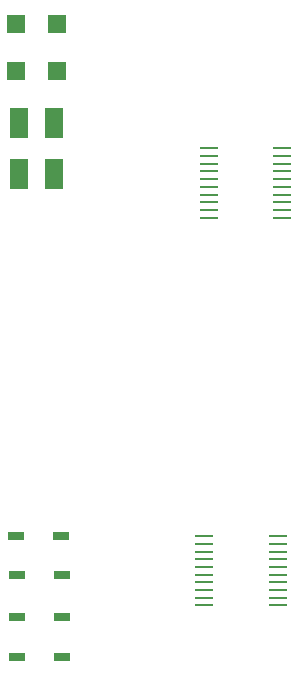
<source format=gtp>
G75*
%MOIN*%
%OFA0B0*%
%FSLAX25Y25*%
%IPPOS*%
%LPD*%
%AMOC8*
5,1,8,0,0,1.08239X$1,22.5*
%
%ADD10R,0.05315X0.02953*%
%ADD11R,0.06299X0.00984*%
%ADD12R,0.05906X0.05906*%
%ADD13R,0.05906X0.10236*%
D10*
X0019520Y0034500D03*
X0019520Y0048000D03*
X0019520Y0062000D03*
X0019020Y0075000D03*
X0033980Y0075000D03*
X0034480Y0062000D03*
X0034480Y0048000D03*
X0034480Y0034500D03*
D11*
X0081945Y0051882D03*
X0081945Y0054441D03*
X0081945Y0057000D03*
X0081945Y0059559D03*
X0081945Y0062118D03*
X0081945Y0064677D03*
X0081945Y0067236D03*
X0081945Y0069795D03*
X0081945Y0072354D03*
X0081945Y0074913D03*
X0106354Y0074913D03*
X0106354Y0072354D03*
X0106354Y0069795D03*
X0106354Y0067236D03*
X0106354Y0064677D03*
X0106354Y0062118D03*
X0106354Y0059559D03*
X0106354Y0057000D03*
X0106354Y0054441D03*
X0106354Y0051882D03*
X0107748Y0181114D03*
X0107748Y0183673D03*
X0107748Y0186232D03*
X0107748Y0188791D03*
X0107748Y0191350D03*
X0107748Y0193909D03*
X0107748Y0196469D03*
X0107748Y0199028D03*
X0107748Y0201587D03*
X0107748Y0204146D03*
X0083339Y0204146D03*
X0083339Y0201587D03*
X0083339Y0199028D03*
X0083339Y0196469D03*
X0083339Y0193909D03*
X0083339Y0191350D03*
X0083339Y0188791D03*
X0083339Y0186232D03*
X0083339Y0183673D03*
X0083339Y0181114D03*
D12*
X0032890Y0230000D03*
X0019110Y0230000D03*
X0019110Y0245500D03*
X0032890Y0245500D03*
D13*
X0031906Y0212500D03*
X0020094Y0212500D03*
X0020094Y0195500D03*
X0031906Y0195500D03*
M02*

</source>
